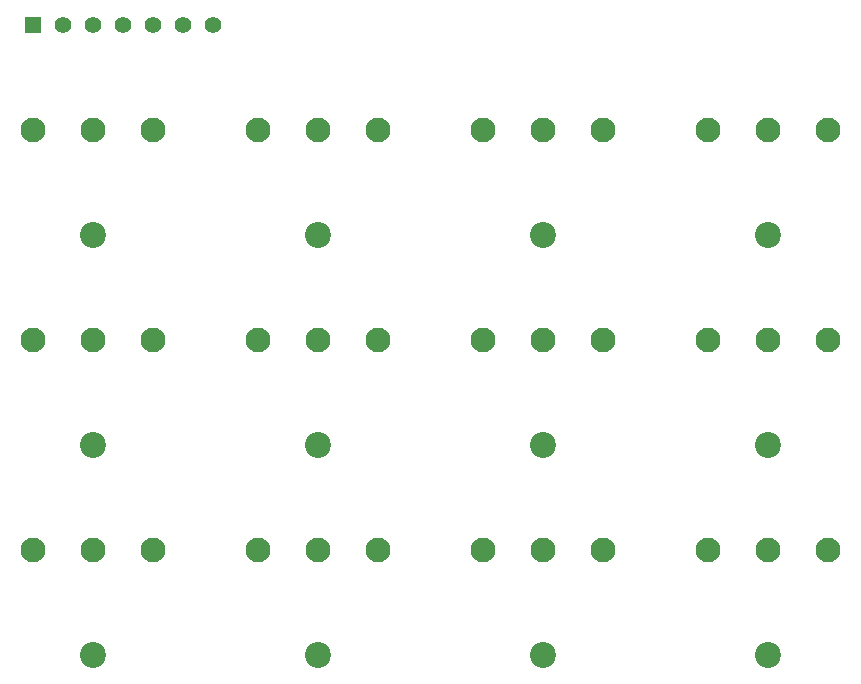
<source format=gtl>
G04 (created by PCBNEW (2013-07-07 BZR 4022)-stable) date 09/11/2015 23:22:36*
%MOIN*%
G04 Gerber Fmt 3.4, Leading zero omitted, Abs format*
%FSLAX34Y34*%
G01*
G70*
G90*
G04 APERTURE LIST*
%ADD10C,0.00393701*%
%ADD11R,0.055X0.055*%
%ADD12C,0.055*%
%ADD13C,0.0826772*%
%ADD14C,0.0866142*%
G04 APERTURE END LIST*
G54D10*
G54D11*
X65000Y-42500D03*
G54D12*
X66000Y-42500D03*
X67000Y-42500D03*
X68000Y-42500D03*
X69000Y-42500D03*
X70000Y-42500D03*
X71000Y-42500D03*
G54D13*
X76500Y-46000D03*
X72500Y-46000D03*
G54D14*
X74500Y-49500D03*
G54D13*
X74500Y-46000D03*
X84000Y-46000D03*
X80000Y-46000D03*
G54D14*
X82000Y-49500D03*
G54D13*
X82000Y-46000D03*
X69000Y-53000D03*
X65000Y-53000D03*
G54D14*
X67000Y-56500D03*
G54D13*
X67000Y-53000D03*
X76500Y-53000D03*
X72500Y-53000D03*
G54D14*
X74500Y-56500D03*
G54D13*
X74500Y-53000D03*
X84000Y-53000D03*
X80000Y-53000D03*
G54D14*
X82000Y-56500D03*
G54D13*
X82000Y-53000D03*
X91500Y-46000D03*
X87500Y-46000D03*
G54D14*
X89500Y-49500D03*
G54D13*
X89500Y-46000D03*
X91500Y-53000D03*
X87500Y-53000D03*
G54D14*
X89500Y-56500D03*
G54D13*
X89500Y-53000D03*
X69000Y-60000D03*
X65000Y-60000D03*
G54D14*
X67000Y-63500D03*
G54D13*
X67000Y-60000D03*
X76500Y-60000D03*
X72500Y-60000D03*
G54D14*
X74500Y-63500D03*
G54D13*
X74500Y-60000D03*
X84000Y-60000D03*
X80000Y-60000D03*
G54D14*
X82000Y-63500D03*
G54D13*
X82000Y-60000D03*
X91500Y-60000D03*
X87500Y-60000D03*
G54D14*
X89500Y-63500D03*
G54D13*
X89500Y-60000D03*
X69000Y-46000D03*
X65000Y-46000D03*
G54D14*
X67000Y-49500D03*
G54D13*
X67000Y-46000D03*
M02*

</source>
